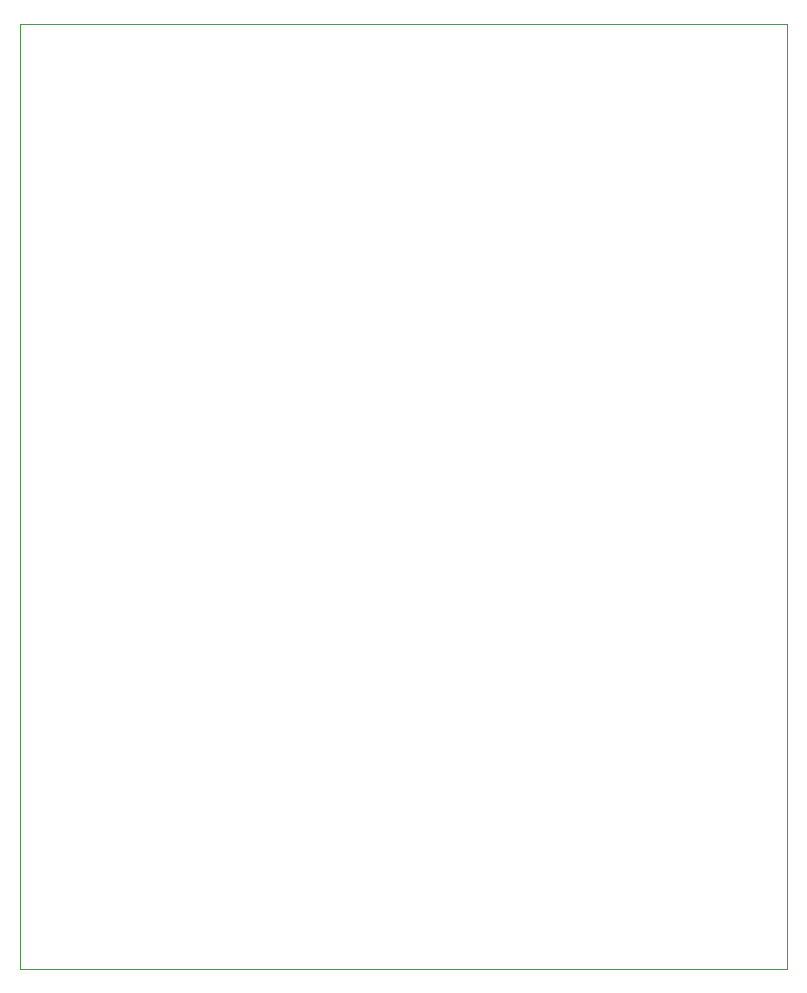
<source format=gm1>
%TF.GenerationSoftware,KiCad,Pcbnew,9.0.4*%
%TF.CreationDate,2025-09-07T14:44:28+03:00*%
%TF.ProjectId,Protection,50726f74-6563-4746-996f-6e2e6b696361,1.0*%
%TF.SameCoordinates,Original*%
%TF.FileFunction,Profile,NP*%
%FSLAX46Y46*%
G04 Gerber Fmt 4.6, Leading zero omitted, Abs format (unit mm)*
G04 Created by KiCad (PCBNEW 9.0.4) date 2025-09-07 14:44:28*
%MOMM*%
%LPD*%
G01*
G04 APERTURE LIST*
%TA.AperFunction,Profile*%
%ADD10C,0.050000*%
%TD*%
G04 APERTURE END LIST*
D10*
X77525000Y-66125000D02*
X142525000Y-66125000D01*
X142525000Y-146125000D01*
X77525000Y-146125000D01*
X77525000Y-66125000D01*
M02*

</source>
